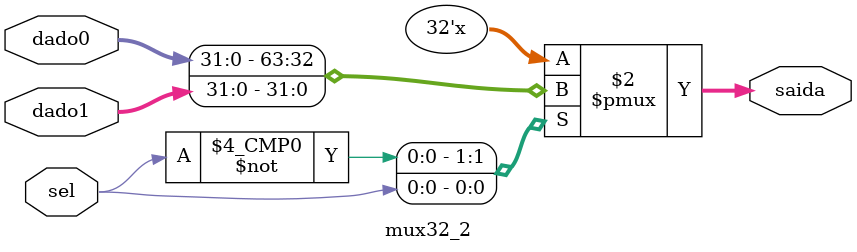
<source format=v>
module mux32_2(
	input sel,
	input [31:0] dado0,
	input [31:0] dado1,
	output reg [31:0] saida
	);
	
	always @(*)
		case (sel)
			1'b0: saida = dado0;
			1'b1: saida = dado1;
			default: saida = 32'b0;
		endcase
			
endmodule
	
</source>
